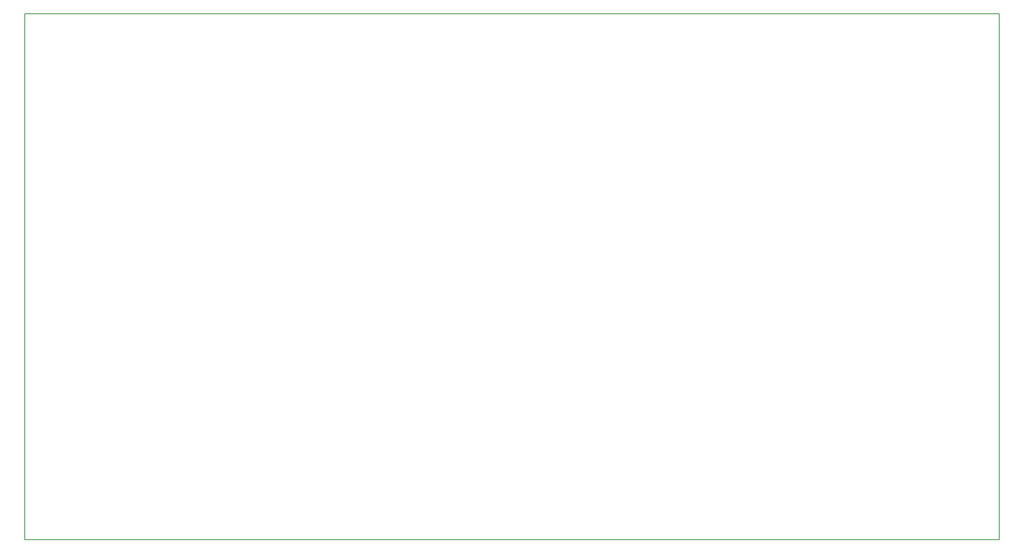
<source format=gbr>
%TF.GenerationSoftware,KiCad,Pcbnew,(5.0.1)-3*%
%TF.CreationDate,2020-01-29T23:09:21+00:00*%
%TF.ProjectId,SSv2 Main Board,53537632204D61696E20426F6172642E,rev?*%
%TF.SameCoordinates,Original*%
%TF.FileFunction,Profile,NP*%
%FSLAX46Y46*%
G04 Gerber Fmt 4.6, Leading zero omitted, Abs format (unit mm)*
G04 Created by KiCad (PCBNEW (5.0.1)-3) date 29/01/2020 23:09:21*
%MOMM*%
%LPD*%
G01*
G04 APERTURE LIST*
%ADD10C,0.150000*%
G04 APERTURE END LIST*
D10*
X247650000Y-17526000D02*
X44196000Y-17526000D01*
X247650000Y-127508000D02*
X247650000Y-17526000D01*
X44196000Y-127508000D02*
X247650000Y-127508000D01*
X44196000Y-17526000D02*
X44196000Y-127508000D01*
M02*

</source>
